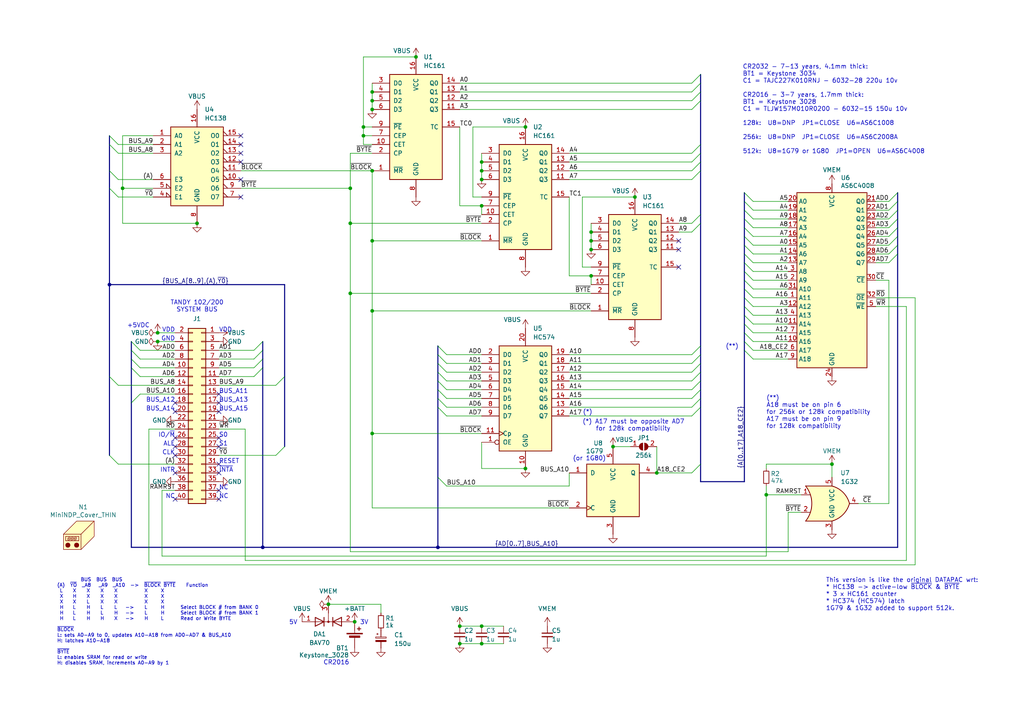
<source format=kicad_sch>
(kicad_sch (version 20231120) (generator "eeschema") (generator_version "8.0")
  (paper "A4")
  (title_block (title "MiniNDP") (date "2024-11-28") (rev "E07") (company "Brian K. White - b.kenyon.w@gmail.com") (comment 1 "github.com/bkw777/NODE_DATAPAC") (comment 2 "Use with RAM100.CO or RAM200.CO") (comment 3 "Work-alike of NODE Systems DATAPAC / RAMPAC"))
  (junction (at 139.7 49.53))
  (junction (at 171.45 67.31))
  (junction (at 171.45 69.85))
  (junction (at 45.72 96.52))
  (junction (at 120.65 16.51))
  (junction (at 101.6 54.61))
  (junction (at 105.41 36.83))
  (junction (at 133.35 186.69))
  (junction (at 107.95 90.17))
  (junction (at 45.72 99.06))
  (junction (at 101.6 64.77))
  (junction (at 139.7 59.69))
  (junction (at 171.45 80.01))
  (junction (at 171.45 72.39))
  (junction (at 139.7 52.07))
  (junction (at 190.5 137.16))
  (junction (at 95.25 175.26))
  (junction (at 152.4 135.89))
  (junction (at 76.2 158.75))
  (junction (at 101.6 85.09))
  (junction (at 152.4 36.83))
  (junction (at 107.95 26.67))
  (junction (at 133.35 181.61))
  (junction (at 139.7 186.69))
  (junction (at 57.15 64.77))
  (junction (at 139.7 181.61))
  (junction (at 107.95 69.85))
  (junction (at 102.87 180.34))
  (junction (at 177.8 129.54))
  (junction (at 31.75 82.55))
  (junction (at 241.3 134.62))
  (junction (at 107.95 29.21))
  (junction (at 222.25 143.51))
  (junction (at 105.41 39.37))
  (junction (at 107.95 125.73))
  (junction (at 107.95 49.53))
  (junction (at 107.95 31.75))
  (junction (at 127 158.75))
  (junction (at 139.7 46.99))
  (junction (at 184.15 57.15))
  (junction (at 35.56 54.61))
  (no_connect (at 69.85 44.45))
  (no_connect (at 63.5 134.62))
  (no_connect (at 69.85 52.07))
  (no_connect (at 196.85 69.85))
  (no_connect (at 63.5 119.38))
  (no_connect (at 69.85 46.99))
  (no_connect (at 50.8 144.78))
  (no_connect (at 63.5 127))
  (no_connect (at 69.85 57.15))
  (no_connect (at 63.5 144.78))
  (no_connect (at 50.8 127))
  (no_connect (at 196.85 77.47))
  (no_connect (at 50.8 116.84))
  (no_connect (at 69.85 41.91))
  (no_connect (at 50.8 119.38))
  (no_connect (at 50.8 137.16))
  (no_connect (at 63.5 114.3))
  (no_connect (at 196.85 72.39))
  (no_connect (at 50.8 129.54))
  (no_connect (at 50.8 132.08))
  (no_connect (at 63.5 142.24))
  (no_connect (at 63.5 116.84))
  (no_connect (at 63.5 129.54))
  (no_connect (at 63.5 137.16))
  (no_connect (at 69.85 39.37))
  (bus_entry (at 200.66 67.31) (size 2.54 -2.54))
  (bus_entry (at 257.81 60.96) (size 2.54 -2.54))
  (bus_entry (at 200.66 24.13) (size 2.54 -2.54))
  (bus_entry (at 40.64 106.68) (size -2.54 -2.54))
  (bus_entry (at 200.66 31.75) (size 2.54 -2.54))
  (bus_entry (at 218.44 68.58) (size -2.54 -2.54))
  (bus_entry (at 38.1 116.84) (size 2.54 -2.54))
  (bus_entry (at 200.66 113.03) (size 2.54 -2.54))
  (bus_entry (at 218.44 71.12) (size -2.54 -2.54))
  (bus_entry (at 218.44 81.28) (size -2.54 -2.54))
  (bus_entry (at 200.66 115.57) (size 2.54 -2.54))
  (bus_entry (at 127 115.57) (size 2.54 2.54))
  (bus_entry (at 31.75 49.53) (size 2.54 2.54))
  (bus_entry (at 40.64 109.22) (size -2.54 -2.54))
  (bus_entry (at 218.44 93.98) (size -2.54 -2.54))
  (bus_entry (at 40.64 101.6) (size -2.54 -2.54))
  (bus_entry (at 31.75 39.37) (size 2.54 2.54))
  (bus_entry (at 218.44 76.2) (size -2.54 -2.54))
  (bus_entry (at 218.44 73.66) (size -2.54 -2.54))
  (bus_entry (at 218.44 66.04) (size -2.54 -2.54))
  (bus_entry (at 200.66 49.53) (size 2.54 -2.54))
  (bus_entry (at 218.44 78.74) (size -2.54 -2.54))
  (bus_entry (at 218.44 86.36) (size -2.54 -2.54))
  (bus_entry (at 73.66 101.6) (size 2.54 -2.54))
  (bus_entry (at 82.55 129.54) (size -2.54 2.54))
  (bus_entry (at 200.66 107.95) (size 2.54 -2.54))
  (bus_entry (at 218.44 101.6) (size -2.54 -2.54))
  (bus_entry (at 257.81 68.58) (size 2.54 -2.54))
  (bus_entry (at 200.66 118.11) (size 2.54 -2.54))
  (bus_entry (at 218.44 60.96) (size -2.54 -2.54))
  (bus_entry (at 82.55 109.22) (size -2.54 2.54))
  (bus_entry (at 257.81 71.12) (size 2.54 -2.54))
  (bus_entry (at 127 118.11) (size 2.54 2.54))
  (bus_entry (at 218.44 99.06) (size -2.54 -2.54))
  (bus_entry (at 31.75 41.91) (size 2.54 2.54))
  (bus_entry (at 200.66 46.99) (size 2.54 -2.54))
  (bus_entry (at 31.75 54.61) (size 2.54 2.54))
  (bus_entry (at 218.44 83.82) (size -2.54 -2.54))
  (bus_entry (at 257.81 76.2) (size 2.54 -2.54))
  (bus_entry (at 257.81 73.66) (size 2.54 -2.54))
  (bus_entry (at 40.64 104.14) (size -2.54 -2.54))
  (bus_entry (at 200.66 137.16) (size 2.54 -2.54))
  (bus_entry (at 73.66 109.22) (size 2.54 -2.54))
  (bus_entry (at 200.66 64.77) (size 2.54 -2.54))
  (bus_entry (at 127 102.87) (size 2.54 2.54))
  (bus_entry (at 200.66 105.41) (size 2.54 -2.54))
  (bus_entry (at 218.44 88.9) (size -2.54 -2.54))
  (bus_entry (at 257.81 63.5) (size 2.54 -2.54))
  (bus_entry (at 127 138.43) (size 2.54 2.54))
  (bus_entry (at 127 113.03) (size 2.54 2.54))
  (bus_entry (at 257.81 58.42) (size 2.54 -2.54))
  (bus_entry (at 218.44 96.52) (size -2.54 -2.54))
  (bus_entry (at 200.66 102.87) (size 2.54 -2.54))
  (bus_entry (at 218.44 91.44) (size -2.54 -2.54))
  (bus_entry (at 200.66 44.45) (size 2.54 -2.54))
  (bus_entry (at 257.81 66.04) (size 2.54 -2.54))
  (bus_entry (at 31.75 109.22) (size 2.54 2.54))
  (bus_entry (at 127 110.49) (size 2.54 2.54))
  (bus_entry (at 218.44 104.14) (size -2.54 -2.54))
  (bus_entry (at 200.66 29.21) (size 2.54 -2.54))
  (bus_entry (at 127 100.33) (size 2.54 2.54))
  (bus_entry (at 200.66 110.49) (size 2.54 -2.54))
  (bus_entry (at 218.44 58.42) (size -2.54 -2.54))
  (bus_entry (at 73.66 104.14) (size 2.54 -2.54))
  (bus_entry (at 127 105.41) (size 2.54 2.54))
  (bus_entry (at 127 107.95) (size 2.54 2.54))
  (bus_entry (at 218.44 63.5) (size -2.54 -2.54))
  (bus_entry (at 200.66 120.65) (size 2.54 -2.54))
  (bus_entry (at 34.29 134.62) (size -2.54 -2.54))
  (bus_entry (at 200.66 52.07) (size 2.54 -2.54))
  (bus_entry (at 73.66 106.68) (size 2.54 -2.54))
  (bus_entry (at 200.66 26.67) (size 2.54 -2.54))
  (bus (pts (xy 127 115.57) (xy 127 118.11)))
  (wire (pts (xy 129.54 102.87) (xy 139.7 102.87)))
  (bus (pts (xy 203.2 139.7) (xy 215.9 139.7)))
  (wire (pts (xy 133.35 186.69) (xy 139.7 186.69)))
  (bus (pts (xy 215.9 91.44) (xy 215.9 93.98)))
  (wire (pts (xy 110.49 175.26) (xy 95.25 175.26)))
  (wire (pts (xy 105.41 16.51) (xy 105.41 36.83)))
  (wire (pts (xy 190.5 137.16) (xy 200.66 137.16)))
  (wire (pts (xy 101.6 160.02) (xy 228.6 160.02)))
  (wire (pts (xy 105.41 39.37) (xy 107.95 39.37)))
  (wire (pts (xy 35.56 54.61) (xy 44.45 54.61)))
  (wire (pts (xy 105.41 39.37) (xy 105.41 41.91)))
  (wire (pts (xy 46.99 142.24) (xy 46.99 161.29)))
  (wire (pts (xy 218.44 78.74) (xy 228.6 78.74)))
  (wire (pts (xy 105.41 36.83) (xy 107.95 36.83)))
  (wire (pts (xy 171.45 69.85) (xy 171.45 67.31)))
  (wire (pts (xy 196.85 64.77) (xy 200.66 64.77)))
  (bus (pts (xy 215.9 101.6) (xy 215.9 99.06)))
  (wire (pts (xy 107.95 26.67) (xy 107.95 29.21)))
  (wire (pts (xy 107.95 147.32) (xy 165.1 147.32)))
  (wire (pts (xy 105.41 41.91) (xy 107.95 41.91)))
  (wire (pts (xy 254 76.2) (xy 257.81 76.2)))
  (wire (pts (xy 129.54 118.11) (xy 139.7 118.11)))
  (wire (pts (xy 218.44 63.5) (xy 228.6 63.5)))
  (wire (pts (xy 139.7 186.69) (xy 146.05 186.69)))
  (wire (pts (xy 165.1 110.49) (xy 200.66 110.49)))
  (bus (pts (xy 215.9 76.2) (xy 215.9 78.74)))
  (bus (pts (xy 215.9 139.7) (xy 215.9 101.6)))
  (wire (pts (xy 222.25 134.62) (xy 222.25 135.89)))
  (bus (pts (xy 31.75 49.53) (xy 31.75 54.61)))
  (wire (pts (xy 133.35 24.13) (xy 200.66 24.13)))
  (wire (pts (xy 34.29 52.07) (xy 44.45 52.07)))
  (wire (pts (xy 228.6 148.59) (xy 228.6 160.02)))
  (wire (pts (xy 40.64 109.22) (xy 50.8 109.22)))
  (wire (pts (xy 101.6 85.09) (xy 171.45 85.09)))
  (wire (pts (xy 165.1 140.97) (xy 165.1 137.16)))
  (bus (pts (xy 82.55 82.55) (xy 82.55 109.22)))
  (wire (pts (xy 222.25 161.29) (xy 46.99 161.29)))
  (wire (pts (xy 34.29 111.76) (xy 50.8 111.76)))
  (bus (pts (xy 215.9 58.42) (xy 215.9 60.96)))
  (bus (pts (xy 127 118.11) (xy 127 138.43)))
  (bus (pts (xy 203.2 134.62) (xy 203.2 139.7)))
  (wire (pts (xy 107.95 125.73) (xy 139.7 125.73)))
  (bus (pts (xy 38.1 101.6) (xy 38.1 104.14)))
  (wire (pts (xy 171.45 80.01) (xy 165.1 80.01)))
  (bus (pts (xy 203.2 26.67) (xy 203.2 29.21)))
  (bus (pts (xy 203.2 29.21) (xy 203.2 41.91)))
  (wire (pts (xy 218.44 83.82) (xy 228.6 83.82)))
  (wire (pts (xy 40.64 101.6) (xy 50.8 101.6)))
  (wire (pts (xy 63.5 111.76) (xy 80.01 111.76)))
  (wire (pts (xy 168.91 57.15) (xy 168.91 77.47)))
  (wire (pts (xy 40.64 114.3) (xy 50.8 114.3)))
  (bus (pts (xy 203.2 46.99) (xy 203.2 49.53)))
  (bus (pts (xy 38.1 106.68) (xy 38.1 116.84)))
  (wire (pts (xy 137.16 36.83) (xy 137.16 57.15)))
  (bus (pts (xy 260.35 66.04) (xy 260.35 68.58)))
  (wire (pts (xy 254 71.12) (xy 257.81 71.12)))
  (bus (pts (xy 203.2 110.49) (xy 203.2 113.03)))
  (wire (pts (xy 218.44 73.66) (xy 228.6 73.66)))
  (wire (pts (xy 139.7 44.45) (xy 139.7 46.99)))
  (bus (pts (xy 215.9 55.88) (xy 215.9 58.42)))
  (wire (pts (xy 165.1 102.87) (xy 200.66 102.87)))
  (wire (pts (xy 232.41 148.59) (xy 228.6 148.59)))
  (wire (pts (xy 101.6 54.61) (xy 101.6 64.77)))
  (wire (pts (xy 218.44 60.96) (xy 228.6 60.96)))
  (wire (pts (xy 133.35 181.61) (xy 139.7 181.61)))
  (wire (pts (xy 165.1 120.65) (xy 200.66 120.65)))
  (bus (pts (xy 215.9 73.66) (xy 215.9 76.2)))
  (wire (pts (xy 69.85 54.61) (xy 101.6 54.61)))
  (wire (pts (xy 165.1 113.03) (xy 200.66 113.03)))
  (bus (pts (xy 203.2 118.11) (xy 203.2 134.62)))
  (wire (pts (xy 218.44 86.36) (xy 228.6 86.36)))
  (bus (pts (xy 215.9 71.12) (xy 215.9 73.66)))
  (wire (pts (xy 218.44 96.52) (xy 228.6 96.52)))
  (wire (pts (xy 45.72 96.52) (xy 50.8 96.52)))
  (wire (pts (xy 101.6 64.77) (xy 139.7 64.77)))
  (wire (pts (xy 262.89 88.9) (xy 262.89 162.56)))
  (wire (pts (xy 71.12 124.46) (xy 71.12 162.56)))
  (wire (pts (xy 110.49 177.8) (xy 110.49 175.26)))
  (wire (pts (xy 171.45 80.01) (xy 171.45 82.55)))
  (wire (pts (xy 218.44 66.04) (xy 228.6 66.04)))
  (wire (pts (xy 35.56 39.37) (xy 35.56 54.61)))
  (bus (pts (xy 215.9 66.04) (xy 215.9 68.58)))
  (wire (pts (xy 129.54 115.57) (xy 139.7 115.57)))
  (bus (pts (xy 260.35 68.58) (xy 260.35 71.12)))
  (bus (pts (xy 215.9 78.74) (xy 215.9 81.28)))
  (wire (pts (xy 63.5 101.6) (xy 73.66 101.6)))
  (wire (pts (xy 196.85 67.31) (xy 200.66 67.31)))
  (wire (pts (xy 248.92 146.05) (xy 257.81 146.05)))
  (wire (pts (xy 40.64 106.68) (xy 50.8 106.68)))
  (bus (pts (xy 31.75 109.22) (xy 31.75 132.08)))
  (bus (pts (xy 31.75 54.61) (xy 31.75 82.55)))
  (wire (pts (xy 171.45 67.31) (xy 171.45 64.77)))
  (wire (pts (xy 168.91 77.47) (xy 171.45 77.47)))
  (bus (pts (xy 203.2 107.95) (xy 203.2 110.49)))
  (bus (pts (xy 260.35 60.96) (xy 260.35 63.5)))
  (wire (pts (xy 105.41 36.83) (xy 105.41 39.37)))
  (bus (pts (xy 203.2 102.87) (xy 203.2 105.41)))
  (bus (pts (xy 203.2 113.03) (xy 203.2 115.57)))
  (wire (pts (xy 165.1 115.57) (xy 200.66 115.57)))
  (bus (pts (xy 203.2 21.59) (xy 203.2 24.13)))
  (wire (pts (xy 218.44 93.98) (xy 228.6 93.98)))
  (bus (pts (xy 127 113.03) (xy 127 115.57)))
  (wire (pts (xy 107.95 69.85) (xy 139.7 69.85)))
  (wire (pts (xy 139.7 181.61) (xy 146.05 181.61)))
  (wire (pts (xy 101.6 64.77) (xy 101.6 85.09)))
  (wire (pts (xy 133.35 36.83) (xy 133.35 59.69)))
  (wire (pts (xy 133.35 31.75) (xy 200.66 31.75)))
  (bus (pts (xy 203.2 105.41) (xy 203.2 107.95)))
  (bus (pts (xy 82.55 109.22) (xy 82.55 129.54)))
  (wire (pts (xy 254 88.9) (xy 262.89 88.9)))
  (wire (pts (xy 254 66.04) (xy 257.81 66.04)))
  (wire (pts (xy 222.25 140.97) (xy 222.25 143.51)))
  (wire (pts (xy 129.54 105.41) (xy 139.7 105.41)))
  (bus (pts (xy 76.2 158.75) (xy 127 158.75)))
  (wire (pts (xy 63.5 124.46) (xy 71.12 124.46)))
  (wire (pts (xy 218.44 58.42) (xy 228.6 58.42)))
  (wire (pts (xy 165.1 105.41) (xy 200.66 105.41)))
  (wire (pts (xy 139.7 46.99) (xy 139.7 49.53)))
  (wire (pts (xy 45.72 99.06) (xy 50.8 99.06)))
  (bus (pts (xy 203.2 49.53) (xy 203.2 62.23)))
  (wire (pts (xy 222.25 143.51) (xy 222.25 161.29)))
  (wire (pts (xy 107.95 24.13) (xy 107.95 26.67)))
  (bus (pts (xy 127 100.33) (xy 127 102.87)))
  (bus (pts (xy 203.2 62.23) (xy 203.2 64.77)))
  (bus (pts (xy 260.35 58.42) (xy 260.35 60.96)))
  (wire (pts (xy 133.35 59.69) (xy 139.7 59.69)))
  (wire (pts (xy 35.56 54.61) (xy 35.56 64.77)))
  (bus (pts (xy 260.35 71.12) (xy 260.35 73.66)))
  (bus (pts (xy 215.9 68.58) (xy 215.9 71.12)))
  (bus (pts (xy 76.2 101.6) (xy 76.2 104.14)))
  (bus (pts (xy 215.9 60.96) (xy 215.9 63.5)))
  (wire (pts (xy 105.41 16.51) (xy 120.65 16.51)))
  (bus (pts (xy 260.35 55.88) (xy 260.35 58.42)))
  (bus (pts (xy 215.9 81.28) (xy 215.9 83.82)))
  (bus (pts (xy 76.2 104.14) (xy 76.2 106.68)))
  (wire (pts (xy 254 68.58) (xy 257.81 68.58)))
  (wire (pts (xy 165.1 46.99) (xy 200.66 46.99)))
  (bus (pts (xy 215.9 93.98) (xy 215.9 96.52)))
  (bus (pts (xy 127 138.43) (xy 127 158.75)))
  (wire (pts (xy 129.54 110.49) (xy 139.7 110.49)))
  (wire (pts (xy 101.6 44.45) (xy 107.95 44.45)))
  (wire (pts (xy 218.44 81.28) (xy 228.6 81.28)))
  (bus (pts (xy 215.9 86.36) (xy 215.9 88.9)))
  (bus (pts (xy 127 107.95) (xy 127 110.49)))
  (wire (pts (xy 101.6 85.09) (xy 101.6 160.02)))
  (bus (pts (xy 38.1 104.14) (xy 38.1 106.68)))
  (wire (pts (xy 107.95 125.73) (xy 107.95 147.32)))
  (wire (pts (xy 171.45 72.39) (xy 171.45 69.85)))
  (wire (pts (xy 165.1 52.07) (xy 200.66 52.07)))
  (bus (pts (xy 260.35 73.66) (xy 260.35 158.75)))
  (wire (pts (xy 137.16 57.15) (xy 139.7 57.15)))
  (wire (pts (xy 35.56 64.77) (xy 57.15 64.77)))
  (wire (pts (xy 63.5 104.14) (xy 73.66 104.14)))
  (wire (pts (xy 165.1 80.01) (xy 165.1 57.15)))
  (wire (pts (xy 165.1 49.53) (xy 200.66 49.53)))
  (wire (pts (xy 165.1 118.11) (xy 200.66 118.11)))
  (wire (pts (xy 218.44 68.58) (xy 228.6 68.58)))
  (bus (pts (xy 31.75 82.55) (xy 82.55 82.55)))
  (wire (pts (xy 107.95 90.17) (xy 107.95 125.73)))
  (wire (pts (xy 218.44 76.2) (xy 228.6 76.2)))
  (bus (pts (xy 260.35 63.5) (xy 260.35 66.04)))
  (wire (pts (xy 222.25 143.51) (xy 232.41 143.51)))
  (bus (pts (xy 203.2 44.45) (xy 203.2 46.99)))
  (bus (pts (xy 76.2 99.06) (xy 76.2 101.6)))
  (wire (pts (xy 254 63.5) (xy 257.81 63.5)))
  (wire (pts (xy 129.54 113.03) (xy 139.7 113.03)))
  (bus (pts (xy 215.9 96.52) (xy 215.9 99.06)))
  (wire (pts (xy 218.44 104.14) (xy 228.6 104.14)))
  (wire (pts (xy 254 60.96) (xy 257.81 60.96)))
  (bus (pts (xy 31.75 82.55) (xy 31.75 109.22)))
  (wire (pts (xy 254 58.42) (xy 257.81 58.42)))
  (bus (pts (xy 127 105.41) (xy 127 107.95)))
  (wire (pts (xy 218.44 99.06) (xy 228.6 99.06)))
  (bus (pts (xy 203.2 24.13) (xy 203.2 26.67)))
  (wire (pts (xy 254 73.66) (xy 257.81 73.66)))
  (wire (pts (xy 43.18 124.46) (xy 43.18 163.83)))
  (wire (pts (xy 40.64 104.14) (xy 50.8 104.14)))
  (bus (pts (xy 31.75 41.91) (xy 31.75 39.37)))
  (bus (pts (xy 203.2 100.33) (xy 203.2 102.87)))
  (wire (pts (xy 63.5 109.22) (xy 73.66 109.22)))
  (bus (pts (xy 203.2 41.91) (xy 203.2 44.45)))
  (wire (pts (xy 50.8 124.46) (xy 43.18 124.46)))
  (wire (pts (xy 262.89 162.56) (xy 71.12 162.56)))
  (wire (pts (xy 63.5 106.68) (xy 73.66 106.68)))
  (wire (pts (xy 34.29 44.45) (xy 44.45 44.45)))
  (wire (pts (xy 139.7 49.53) (xy 139.7 52.07)))
  (wire (pts (xy 257.81 81.28) (xy 257.81 146.05)))
  (wire (pts (xy 222.25 134.62) (xy 241.3 134.62)))
  (wire (pts (xy 35.56 39.37) (xy 44.45 39.37)))
  (bus (pts (xy 215.9 88.9) (xy 215.9 91.44)))
  (wire (pts (xy 133.35 26.67) (xy 200.66 26.67)))
  (wire (pts (xy 63.5 132.08) (xy 80.01 132.08)))
  (wire (pts (xy 107.95 90.17) (xy 171.45 90.17)))
  (bus (pts (xy 31.75 49.53) (xy 31.75 41.91)))
  (wire (pts (xy 129.54 107.95) (xy 139.7 107.95)))
  (wire (pts (xy 168.91 57.15) (xy 184.15 57.15)))
  (wire (pts (xy 139.7 128.27) (xy 139.7 135.89)))
  (wire (pts (xy 107.95 29.21) (xy 107.95 31.75)))
  (wire (pts (xy 101.6 44.45) (xy 101.6 54.61)))
  (bus (pts (xy 127 158.75) (xy 260.35 158.75)))
  (wire (pts (xy 137.16 36.83) (xy 152.4 36.83)))
  (wire (pts (xy 218.44 101.6) (xy 228.6 101.6)))
  (wire (pts (xy 46.99 142.24) (xy 50.8 142.24)))
  (wire (pts (xy 133.35 29.21) (xy 200.66 29.21)))
  (wire (pts (xy 107.95 69.85) (xy 107.95 90.17)))
  (bus (pts (xy 203.2 64.77) (xy 203.2 100.33)))
  (wire (pts (xy 139.7 135.89) (xy 152.4 135.89)))
  (bus (pts (xy 38.1 116.84) (xy 38.1 158.75)))
  (bus (pts (xy 127 110.49) (xy 127 113.03)))
  (wire (pts (xy 129.54 140.97) (xy 165.1 140.97)))
  (wire (pts (xy 241.3 134.62) (xy 241.3 138.43)))
  (wire (pts (xy 218.44 71.12) (xy 228.6 71.12)))
  (wire (pts (xy 257.81 81.28) (xy 254 81.28)))
  (wire (pts (xy 165.1 44.45) (xy 200.66 44.45)))
  (wire (pts (xy 107.95 49.53) (xy 107.95 69.85)))
  (bus (pts (xy 215.9 83.82) (xy 215.9 86.36)))
  (wire (pts (xy 254 86.36) (xy 265.43 86.36)))
  (wire (pts (xy 139.7 59.69) (xy 139.7 62.23)))
  (bus (pts (xy 215.9 63.5) (xy 215.9 66.04)))
  (wire (pts (xy 34.29 57.15) (xy 44.45 57.15)))
  (wire (pts (xy 190.5 129.54) (xy 190.5 137.16)))
  (wire (pts (xy 129.54 120.65) (xy 139.7 120.65)))
  (wire (pts (xy 69.85 49.53) (xy 107.95 49.53)))
  (wire (pts (xy 265.43 163.83) (xy 265.43 86.36)))
  (wire (pts (xy 34.29 134.62) (xy 50.8 134.62)))
  (bus (pts (xy 38.1 99.06) (xy 38.1 101.6)))
  (wire (pts (xy 218.44 88.9) (xy 228.6 88.9)))
  (wire (pts (xy 34.29 41.91) (xy 44.45 41.91)))
  (wire (pts (xy 177.8 129.54) (xy 182.88 129.54)))
  (bus (pts (xy 76.2 106.68) (xy 76.2 158.75)))
  (wire (pts (xy 165.1 107.95) (xy 200.66 107.95)))
  (wire (pts (xy 218.44 91.44) (xy 228.6 91.44)))
  (bus (pts (xy 127 102.87) (xy 127 105.41)))
  (bus (pts (xy 38.1 158.75) (xy 76.2 158.75)))
  (bus (pts (xy 203.2 115.57) (xy 203.2 118.11)))
  (wire (pts (xy 43.18 163.83) (xy 265.43 163.83)))
  (text "TANDY 102/200\nSYSTEM BUS" (at 57.15 88.9 0) (effects (font (size 1.27 1.27))))
  (text "+5VDC" (at 36.83 95.25 0) (effects (font (size 1.27 1.27)) (justify left bottom)))
  (text "BUS_A15" (at 63.5 119.38 0) (effects (font (size 1.27 1.27)) (justify left bottom)))
  (text "INTR" (at 50.8 137.16 0) (effects (font (size 1.27 1.27)) (justify right bottom)))
  (text "BUS_A14" (at 50.8 119.38 0) (effects (font (size 1.27 1.27)) (justify right bottom)))
  (text "ALE" (at 50.8 129.54 0) (effects (font (size 1.27 1.27)) (justify right bottom)))
  (text "S1" (at 63.5 129.54 0) (effects (font (size 1.27 1.27)) (justify left bottom)))
  (text "NC" (at 63.5 144.78 0) (effects (font (size 1.27 1.27)) (justify left bottom)))
  (text "NC" (at 63.5 142.24 0) (effects (font (size 1.27 1.27)) (justify left bottom)))
  (text "~{INTA}" (at 63.5 137.16 0) (effects (font (size 1.27 1.27)) (justify left bottom)))
  (text "CLK" (at 50.8 132.08 0) (effects (font (size 1.27 1.27)) (justify right bottom)))
  (text "(**)\nA18 must be on pin 6\nfor 256k or 128k compatibility\nA17 must be on pin 9\nfor 128k compatibility" (at 222.25 114.808 0) (effects (font (size 1.27 1.27)) (justify left top)))
  (text "CR2032 - 7-13 years, 4.1mm thick:\nBT1 = Keystone 3034\nC1 = TAJC227K010RNJ - 6032-28 220u 10v\n\nCR2016 - 3-7 years, 1.7mm thick:\nBT1 = Keystone 3028\nC1 = TLJW157M010R0200 - 6032-15 150u 10v\n\n128k:  U8=DNP  JP1=CLOSE  U6=AS6C1008\n\n256k:  U8=DNP  JP1=CLOSE  U6=AS6C2008A\n\n512k:  U8=1G79 or 1G80  JP1=OPEN  U6=AS6C4008\n" (at 215.392 31.75 0) (effects (font (size 1.27 1.27)) (justify left)))
  (text "GND" (at 50.8 99.06 0) (effects (font (size 1.27 1.27)) (justify right bottom)))
  (text "IO/~{M}" (at 50.8 127 0) (effects (font (size 1.27 1.27)) (justify right bottom)))
  (text "CR2016" (at 101.346 192.278 0) (effects (font (size 1.27 1.27)) (justify right)))
  (text "(or 1G80)" (at 170.942 133.096 0) (effects (font (size 1.27 1.27))))
  (text "VDD" (at 50.8 96.52 0) (effects (font (size 1.27 1.27)) (justify right bottom)))
  (text "	    BUS  BUS  BUS\n(A)	~{YO}  _A8   _A9  _A10  ->  ~{BLOCK} ~{BYTE}    Function\n L	 X	 X	 X	 X		  X	   X\n X	 H	 X	 X	 X		  X	   X\n X	 X	 L	 X	 X		  X	   X\n H	 L	 H	 L	 L	->    L	   H	Select BLOCK # from BANK 0\n H	 L	 H	 L	 H	->    L	   H	Select BLOCK # from BANK 1\n H	 L	 H	 H	 X	->    H	   L	Read or Write BYTE\n\n~{BLOCK}\nL: sets A0-A9 to 0, updates A10-A18 from AD0-AD7 & BUS_A10\nH: latches A10-A18\n\n~{BYTE}\nL: enables SRAM for read or write\nH: disables SRAM, increments A0-A9 by 1\n" (at 16.51 193.04 0) (effects (font (size 1 1)) (justify left bottom)))
  (text "3V" (at 104.394 181.356 0) (effects (font (size 1.27 1.27)) (justify left bottom)))
  (text "S0" (at 63.5 127 0) (effects (font (size 1.27 1.27)) (justify left bottom)))
  (text "RESET" (at 63.5 134.62 0) (effects (font (size 1.27 1.27)) (justify left bottom)))
  (text "(*) A17 must be opposite AD7\n    for 128k compatibility" (at 168.91 123.444 0) (effects (font (size 1.27 1.27)) (justify left)))
  (text "This version is like the original DATAPAC wrt:\n* HC138 -> active-low ~{BLOCK} & ~{BYTE}\n* 3 x HC161 counter\n* HC374 (HC574) latch\n1G79 & 1G32 added to support 512k." (at 239.522 167.64 0) (effects (font (size 1.27 1.27)) (justify left top)))
  (text "(**)" (at 212.344 100.584 0) (effects (font (size 1.27 1.27))))
  (text "NC" (at 50.8 144.78 0) (effects (font (size 1.27 1.27)) (justify right bottom)))
  (text "BUS_A11" (at 63.5 114.3 0) (effects (font (size 1.27 1.27)) (justify left bottom)))
  (text "VDD" (at 63.5 96.52 0) (effects (font (size 1.27 1.27)) (justify left bottom)))
  (text "5V" (at 83.82 181.356 0) (effects (font (size 1.27 1.27)) (justify left bottom)))
  (text "BUS_A13" (at 63.5 116.84 0) (effects (font (size 1.27 1.27)) (justify left bottom)))
  (text "(*)" (at 170.434 119.634 0) (effects (font (size 1.27 1.27))))
  (text "BUS_A12" (at 50.8 116.84 0) (effects (font (size 1.27 1.27)) (justify right bottom)))
  (label "BUS_A8" (at 50.8 111.76 180))
  (label "~{RD}" (at 254 86.36 0))
  (label "A17" (at 165.1 120.65 0))
  (label "AD3" (at 63.5 104.14 0))
  (label "A5" (at 165.1 46.99 0))
  (label "A1" (at 228.6 73.66 180))
  (label "~{CE}" (at 254 81.28 0))
  (label "A7" (at 228.6 68.58 180))
  (label "A2" (at 133.35 29.21 0))
  (label "AD5" (at 139.7 115.57 180))
  (label "A13" (at 228.6 91.44 180))
  (label "AD0" (at 254 58.42 0))
  (label "A1" (at 133.35 26.67 0))
  (label "~{CE}" (at 250.19 146.05 0))
  (label "A18_CE2" (at 190.5 137.16 0))
  (label "~{BLOCK}" (at 139.7 69.85 180))
  (label "A16" (at 228.6 86.36 180))
  (label "A11" (at 165.1 105.41 0))
  (label "AD6" (at 139.7 118.11 180))
  (label "~{Y0}" (at 44.45 57.15 180))
  (label "AD1" (at 63.5 101.6 0))
  (label "A6" (at 165.1 49.53 0))
  (label "A7" (at 165.1 52.07 0))
  (label "{AD[0..7],BUS_A10}" (at 143.51 158.75 0))
  (label "BUS_A10" (at 129.54 140.97 0))
  (label "A9" (at 196.85 67.31 0))
  (label "AD5" (at 254 71.12 0))
  (label "A10" (at 165.1 102.87 0))
  (label "RAMRST" (at 50.8 142.24 180))
  (label "AD7" (at 63.5 109.22 0))
  (label "A0" (at 133.35 24.13 0))
  (label "AD2" (at 50.8 104.14 180))
  (label "~{Y0}" (at 63.5 132.08 0))
  (label "AD1" (at 254 60.96 0))
  (label "A12" (at 165.1 107.95 0))
  (label "A17" (at 228.6 104.14 180))
  (label "AD0" (at 139.7 102.87 180))
  (label "A3" (at 228.6 88.9 180))
  (label "{A[0..17],A18_CE2}" (at 215.9 135.89 90))
  (label "A8" (at 228.6 66.04 180))
  (label "(A)" (at 44.45 52.07 180))
  (label "A18_CE2" (at 228.6 101.6 180))
  (label "RAMRST" (at 232.41 143.51 180))
  (label "AD6" (at 50.8 109.22 180))
  (label "A2" (at 228.6 76.2 180))
  (label "A15" (at 228.6 81.28 180))
  (label "~{BLOCK}" (at 69.85 49.53 0))
  (label "A6" (at 228.6 83.82 180))
  (label "A9" (at 228.6 63.5 180))
  (label "~{BLOCK}" (at 171.45 90.17 180))
  (label "AD4" (at 139.7 113.03 180))
  (label "~{BYTE}" (at 107.95 44.45 180))
  (label "AD7" (at 254 76.2 0))
  (label "AD4" (at 254 68.58 0))
  (label "AD2" (at 139.7 107.95 180))
  (label "A15" (at 165.1 115.57 0))
  (label "A13" (at 165.1 110.49 0))
  (label "A8" (at 196.85 64.77 0))
  (label "~{BYTE}" (at 171.45 85.09 180))
  (label "~{BYTE}" (at 139.7 64.77 180))
  (label "BUS_A10" (at 50.8 114.3 180))
  (label "AD0" (at 50.8 101.6 180))
  (label "~{WR}" (at 254 88.9 0))
  (label "A16" (at 165.1 118.11 0))
  (label "A4" (at 165.1 44.45 0))
  (label "~{BLOCK}" (at 165.1 147.32 180))
  (label "AD3" (at 254 66.04 0))
  (label "{BUS_A[8..9],(A),~{Y0}}" (at 46.99 82.55 0))
  (label "A3" (at 133.35 31.75 0))
  (label "BUS_A9" (at 44.45 41.91 180))
  (label "AD4" (at 50.8 106.68 180))
  (label "A11" (at 228.6 99.06 180))
  (label "A12" (at 228.6 96.52 180))
  (label "A0" (at 228.6 71.12 180))
  (label "~{BLOCK}" (at 139.7 125.73 180))
  (label "A14" (at 165.1 113.03 0))
  (label "A5" (at 228.6 58.42 180))
  (label "BUS_A8" (at 44.45 44.45 180))
  (label "AD2" (at 254 63.5 0))
  (label "AD7" (at 139.7 120.65 180))
  (label "BUS_A10" (at 165.1 137.16 180))
  (label "A14" (at 228.6 78.74 180))
  (label "AD1" (at 139.7 105.41 180))
  (label "~{WR}" (at 63.5 124.46 0))
  (label "~{BYTE}" (at 232.41 148.59 180))
  (label "(A)" (at 50.8 134.62 180))
  (label "A10" (at 228.6 93.98 180))
  (label "BUS_A9" (at 63.5 111.76 0))
  (label "AD6" (at 254 73.66 0))
  (label "TC0" (at 133.35 36.83 0))
  (label "TC1" (at 165.1 57.15 0))
  (label "~{RD}" (at 50.8 124.46 180))
  (label "AD5" (at 63.5 106.68 0))
  (label "~{BLOCK}" (at 107.95 49.53 180))
  (label "~{BYTE}" (at 69.85 54.61 0))
  (label "A4" (at 228.6 60.96 180))
  (label "AD3" (at 139.7 110.49 180))
  (symbol (lib_id "000_LOCAL:C_Polarized") (at 110.49 185.42 0) (unit 1)
    (property "Reference" "C1" (at 114.3 184.15 0) (effects (justify left)))
    (property "Value" "150u" (at 114.3 186.69 0) (effects (justify left)))
    (property "Footprint" "000_LOCAL:CP_6032" (effects (hide yes)))
    (property "Datasheet" "datasheets/TAJ.pdf" (effects (hide yes)))
    (property "Description" "CAP TANT 150UF 10% 10V 6032-15" (effects (hide yes)))
    (property "MPN" "TLJW157M010R0200" (effects (hide yes)))
  )
  (symbol (lib_id "power:GND") (at 171.45 72.39 0) (unit 1)
    (property "Reference" "#PWR034" (effects (hide yes)))
    (property "Value" "GND" (effects (hide yes)))
  )
  (symbol (lib_id "000_LOCAL:Housing") (at 24.13 154.94 0) (unit 1) (exclude_from_sim yes) (in_bom no)
    (property "Reference" "N1" (at 24.13 147.066 0))
    (property "Value" "MiniNDP_Cover_THIN" (at 24.13 149.352 0))
    (property "Footprint" "000_LOCAL:MiniNDP_Cover_THIN" (effects (hide yes)))
    (property "Datasheet" "../COVER/MiniNDP_Cover.scad" (effects (hide yes)))
    (property "Description" "Snap cover for MiniNDP, thin version for CR2016" (effects (hide yes)))
    (property "MPN" "MiniNDP_Cover_THIN.stl" (effects (hide yes)))
  )
  (symbol (lib_id "000_LOCAL:AS6C4008_TSOP") (at 241.3 78.74 0) (unit 1)
    (property "Reference" "U6" (at 243.84 51.562 0) (effects (justify left)))
    (property "Value" "AS6C4008" (at 243.84 53.848 0) (effects (justify left)))
    (property "Footprint" "000_LOCAL:TSOP32-dual" (effects (hide yes)))
    (property "Datasheet" "datasheets/AS6C4008.pdf" (effects (hide yes)))
    (property "Description" "IC SRAM 512Kx8 PARALLEL STSOP-32" (effects (hide yes)))
    (property "MPN" "AS6C4008-55STIN" (effects (hide yes)))
  )
  (symbol (lib_id "000_LOCAL:C") (at 158.75 184.15 0) (unit 1)
    (property "Reference" "C5" (at 160.02 182.88 0) (effects (justify left)))
    (property "Value" "1u" (at 160.02 185.42 0) (effects (justify left)))
    (property "Footprint" "000_LOCAL:C_0805" (effects (hide yes)))
    (property "Datasheet" "datasheets/CL21B105KAFNNNE.pdf" (effects (hide yes)))
    (property "Description" "CAP CER 1UF 25V X7R 0805" (effects (hide yes)))
    (property "MPN" "CL21B105KAFNNNE" (effects (hide yes)))
  )
  (symbol (lib_id "power:GND") (at 63.5 139.7 90) (unit 1)
    (property "Reference" "#PWR08" (effects (hide yes)))
    (property "Value" "GND" (at 66.04 139.7 90) (effects (justify right)))
  )
  (symbol (lib_id "power:VMEM") (at 95.25 175.26 0) (unit 1)
    (property "Reference" "#PWR010" (effects (hide yes)))
    (property "Value" "VMEM" (at 95.25 171.45 0))
  )
  (symbol (lib_id "power:VBUS") (at 45.72 96.52 0) (unit 1)
    (property "Reference" "#PWR01" (effects (hide yes)))
    (property "Value" "VBUS" (at 43.18 96.52 0) (effects (justify right)))
  )
  (symbol (lib_id "000_LOCAL:SolderJumper_2_Open") (at 186.69 129.54 0) (unit 1) (in_bom no)
    (property "Reference" "JP1" (at 186.69 127 0))
    (property "Value" "256k" (at 186.69 132.08 0))
    (property "Footprint" "000_LOCAL:SolderJumper-2_Open 0.65mm" (effects (hide yes)))
  )
  (symbol (lib_id "000_LOCAL:Battery_Cell") (at 102.87 185.42 0) (unit 1)
    (property "Reference" "BT1" (at 99.314 187.96 0))
    (property "Value" "Keystone_3028" (at 93.98 189.992 0))
    (property "Footprint" "000_LOCAL:Keystone_3028_3034" (effects (hide yes)))
    (property "Datasheet" "datasheets/Keystone_3034.pdf" (effects (hide yes)))
    (property "Description" "BATTERY RETAINER COIN 20MM x 1.6MM SMT" (effects (hide yes)))
    (property "MPN" "Keystone_3028" (effects (hide yes)))
  )
  (symbol (lib_id "power:GND") (at 177.8 154.94 0) (unit 1)
    (property "Reference" "#PWR014" (effects (hide yes)))
    (property "Value" "GND" (effects (hide yes)))
  )
  (symbol (lib_id "power:GND") (at 57.15 64.77 0) (unit 1)
    (property "Reference" "#PWR022" (effects (hide yes)))
    (property "Value" "GND" (effects (hide yes)))
  )
  (symbol (lib_id "power:GND") (at 50.8 121.92 270) (unit 1)
    (property "Reference" "#PWR05" (effects (hide yes)))
    (property "Value" "GND" (at 48.26 121.92 90) (effects (justify right)))
  )
  (symbol (lib_id "power:VMEM") (at 241.3 53.34 0) (unit 1)
    (property "Reference" "#PWR012" (effects (hide yes)))
    (property "Value" "VMEM" (at 241.3 49.276 0))
  )
  (symbol (lib_id "power:PWR_FLAG") (at 45.72 96.52 90) (unit 1)
    (property "Reference" "#FLG01" (effects (hide yes)))
    (property "Value" "PWR_FLAG" (effects (hide yes)))
  )
  (symbol (lib_id "000_LOCAL:BAV70") (at 95.25 180.34 0) (mirror x) (unit 1)
    (property "Reference" "DA1" (at 92.71 183.896 0))
    (property "Value" "BAV70" (at 92.71 186.436 0))
    (property "Footprint" "000_LOCAL:SOT-23" (effects (hide yes)))
    (property "Datasheet" "datasheets/BAV70.pdf" (effects (hide yes)))
    (property "Description" "DIODE ARRAY GP 75V 150MA SOT23-3" (effects (hide yes)))
    (property "MPN" "BAV70-7-F" (effects (hide yes)))
  )
  (symbol (lib_id "power:GND") (at 102.87 187.96 0) (unit 1)
    (property "Reference" "#PWR058" (effects (hide yes)))
    (property "Value" "GND" (effects (hide yes)))
  )
  (symbol (lib_id "power:GND") (at 152.4 77.47 0) (unit 1)
    (property "Reference" "#PWR019" (effects (hide yes)))
    (property "Value" "GND" (effects (hide yes)))
  )
  (symbol (lib_id "000_LOCAL:74xx161") (at 184.15 77.47 0) (unit 1)
    (property "Reference" "U3" (at 186.3441 57.15 0) (effects (justify left)))
    (property "Value" "HC161" (at 186.3441 59.69 0) (effects (justify left)))
    (property "Footprint" "000_LOCAL:TSSOP-16" (effects (hide yes)))
    (property "Datasheet" "datasheets/HC161.pdf" (effects (hide yes)))
    (property "Description" "IC BINARY COUNTER 4-BIT 16TSSOP" (effects (hide yes)))
    (property "MPN" "74HC161PW,118" (effects (hide yes)))
  )
  (symbol (lib_id "power:GND") (at 50.8 139.7 270) (unit 1)
    (property "Reference" "#PWR07" (effects (hide yes)))
    (property "Value" "GND" (at 48.26 139.7 90) (effects (justify right)))
  )
  (symbol (lib_id "power:VBUS") (at 63.5 96.52 270) (unit 1)
    (property "Reference" "#PWR042" (effects (hide yes)))
    (property "Value" "VBUS" (at 68.58 96.52 90))
  )
  (symbol (lib_id "power:GND") (at 241.3 109.22 0) (unit 1)
    (property "Reference" "#PWR057" (effects (hide yes)))
    (property "Value" "GND" (effects (hide yes)))
  )
  (symbol (lib_id "000_LOCAL:74xx574") (at 152.4 115.57 0) (unit 1)
    (property "Reference" "U5" (at 154.5941 95.25 0) (effects (justify left)))
    (property "Value" "HC574" (at 154.5941 97.79 0) (effects (justify left)))
    (property "Footprint" "000_LOCAL:TSSOP-20" (effects (hide yes)))
    (property "Datasheet" "datasheets/HC574.pdf" (effects (hide yes)))
    (property "Description" "IC FF D-TYPE SNGL 8BIT 20TSSOP" (effects (hide yes)))
    (property "MPN" "74HC574PW,118" (effects (hide yes)))
  )
  (symbol (lib_id "power:GND") (at 45.72 99.06 0) (unit 1)
    (property "Reference" "#PWR03" (effects (hide yes)))
    (property "Value" "GND" (at 43.18 99.06 0) (effects (justify right)))
  )
  (symbol (lib_name "74xx161_1") (lib_id "000_LOCAL:74xx161") (at 120.65 36.83 0) (unit 1)
    (property "Reference" "U1" (at 122.8441 16.51 0) (effects (justify left)))
    (property "Value" "HC161" (at 122.8441 19.05 0) (effects (justify left)))
    (property "Footprint" "000_LOCAL:TSSOP-16" (effects (hide yes)))
    (property "Datasheet" "datasheets/HC161.pdf" (effects (hide yes)))
    (property "Description" "IC BINARY COUNTER 4-BIT 16TSSOP" (effects (hide yes)))
    (property "MPN" "74HC161PW,118" (effects (hide yes)))
  )
  (symbol (lib_id "power:VMEM") (at 158.75 181.61 0) (unit 1)
    (property "Reference" "#PWR055" (effects (hide yes)))
    (property "Value" "VMEM" (at 158.75 176.53 0))
  )
  (symbol (lib_id "000_LOCAL:74xx138") (at 57.15 46.99 0) (unit 1)
    (property "Reference" "U4" (at 59.3441 31.75 0) (effects (justify left)))
    (property "Value" "HC138" (at 59.3441 34.29 0) (effects (justify left)))
    (property "Footprint" "000_LOCAL:TSSOP-16" (effects (hide yes)))
    (property "Datasheet" "datasheets/HC138.pdf" (effects (hide yes)))
    (property "Description" "IC DECODER/DEMUX 1X3:8 16TSSOP" (effects (hide yes)))
    (property "MPN" "74HC138PW,118" (effects (hide yes)))
  )
  (symbol (lib_id "power:GND") (at 139.7 52.07 0) (unit 1)
    (property "Reference" "#PWR039" (effects (hide yes)))
    (property "Value" "GND" (effects (hide yes)))
  )
  (symbol (lib_id "000_LOCAL:74xx1G32") (at 241.3 146.05 0) (unit 1)
    (property "Reference" "U7" (at 245.11 137.16 0))
    (property "Value" "1G32" (at 246.38 139.7 0))
    (property "Footprint" "000_LOCAL:SOT-353_SC-70-5" (effects (hide yes)))
    (property "Datasheet" "datasheets/LVC1G32.pdf" (effects (hide yes)))
    (property "Description" "IC GATE OR 1CH 2-INP 5TSSOP" (effects (hide yes)))
    (property "MPN" "74LVC1G32GW,125" (effects (hide yes)))
  )
  (symbol (lib_id "power:PWR_FLAG") (at 45.72 99.06 90) (unit 1)
    (property "Reference" "#FLG03" (effects (hide yes)))
    (property "Value" "PWR_FLAG" (effects (hide yes)))
  )
  (symbol (lib_id "power:GND") (at 133.35 186.69 0) (unit 1)
    (property "Reference" "#PWR023" (effects (hide yes)))
    (property "Value" "GND" (effects (hide yes)))
  )
  (symbol (lib_name "74xx161_2") (lib_id "000_LOCAL:74xx161") (at 152.4 57.15 0) (unit 1)
    (property "Reference" "U2" (at 154.5941 36.83 0) (effects (justify left)))
    (property "Value" "HC161" (at 154.5941 39.37 0) (effects (justify left)))
    (property "Footprint" "000_LOCAL:TSSOP-16" (effects (hide yes)))
    (property "Datasheet" "datasheets/HC161.pdf" (effects (hide yes)))
    (property "Description" "IC BINARY COUNTER 4-BIT 16TSSOP" (effects (hide yes)))
    (property "MPN" "74HC161PW,118" (effects (hide yes)))
  )
  (symbol (lib_id "000_LOCAL:74xx1G79") (at 177.8 142.24 0) (unit 1)
    (property "Reference" "U8" (at 173.482 128.524 0))
    (property "Value" "1G79" (at 172.466 130.81 0))
    (property "Footprint" "000_LOCAL:SOT-353_SC-70-5" (effects (hide yes)))
    (property "Datasheet" "datasheets/LVC1G79.pdf" (effects (hide yes)))
    (property "Description" "IC FF D-TYPE SNGL 1BIT 5TSSOP" (effects (hide yes)))
    (property "MPN" "74LVC1G79GW,125" (effects (hide yes)))
  )
  (symbol (lib_id "power:GND") (at 63.5 121.92 90) (unit 1)
    (property "Reference" "#PWR06" (effects (hide yes)))
    (property "Value" "GND" (at 66.04 121.92 90) (effects (justify right)))
  )
  (symbol (lib_id "power:GND") (at 107.95 31.75 0) (unit 1)
    (property "Reference" "#PWR038" (effects (hide yes)))
    (property "Value" "GND" (effects (hide yes)))
  )
  (symbol (lib_id "000_LOCAL:C") (at 133.35 184.15 0) (unit 1)
    (property "Reference" "C2" (at 134.62 182.88 0) (effects (justify left)))
    (property "Value" "1u" (at 134.62 185.42 0) (effects (justify left)))
    (property "Footprint" "000_LOCAL:C_0805" (effects (hide yes)))
    (property "Datasheet" "datasheets/CL21B105KAFNNNE.pdf" (effects (hide yes)))
    (property "Description" "CAP CER 1UF 25V X7R 0805" (effects (hide yes)))
    (property "MPN" "CL21B105KAFNNNE" (effects (hide yes)))
  )
  (symbol (lib_id "power:VBUS") (at 177.8 129.54 0) (unit 1)
    (property "Reference" "#PWR026" (effects (hide yes)))
    (property "Value" "VBUS" (at 181.102 127.508 0))
  )
  (symbol (lib_id "power:GND") (at 120.65 57.15 0) (unit 1)
    (property "Reference" "#PWR020" (effects (hide yes)))
    (property "Value" "GND" (effects (hide yes)))
  )
  (symbol (lib_id "000_LOCAL:R") (at 222.25 138.43 0) (unit 1)
    (property "Reference" "R2" (at 223.52 137.414 0) (effects (justify left)))
    (property "Value" "47k" (at 223.52 139.446 0) (effects (justify left)))
    (property "Footprint" "000_LOCAL:R_0805" (effects (hide yes)))
    (property "Datasheet" "datasheets/sei-rmcf_rmcp.pdf" (effects (hide yes)))
    (property "Description" "RES 47K OHM 1% 1/8W 0805" (effects (hide yes)))
    (property "MPN" "RMCF0805FT47K0" (effects (hide yes)))
  )
  (symbol (lib_id "power:GND") (at 63.5 99.06 90) (unit 1)
    (property "Reference" "#PWR04" (effects (hide yes)))
    (property "Value" "GND" (at 66.04 99.06 90) (effects (justify right)))
  )
  (symbol (lib_id "power:PWR_FLAG") (at 95.25 175.26 90) (unit 1)
    (property "Reference" "#FLG02" (effects (hide yes)))
    (property "Value" "PWR_FLAG" (effects (hide yes)))
  )
  (symbol (lib_id "power:VBUS") (at 87.63 180.34 0) (unit 1)
    (property "Reference" "#PWR09" (effects (hide yes)))
    (property "Value" "VBUS" (at 87.63 176.53 0))
  )
  (symbol (lib_id "power:GND") (at 241.3 153.67 0) (unit 1)
    (property "Reference" "#PWR015" (effects (hide yes)))
    (property "Value" "GND" (effects (hide yes)))
  )
  (symbol (lib_id "power:VMEM") (at 241.3 134.62 0) (unit 1)
    (property "Reference" "#PWR021" (effects (hide yes)))
    (property "Value" "VMEM" (at 241.3 130.81 0))
  )
  (symbol (lib_id "power:VBUS") (at 184.15 57.15 0) (unit 1)
    (property "Reference" "#PWR02" (effects (hide yes)))
    (property "Value" "VBUS" (at 180.086 55.372 0))
  )
  (symbol (lib_id "power:VBUS") (at 133.35 181.61 0) (unit 1)
    (property "Reference" "#PWR025" (effects (hide yes)))
    (property "Value" "VBUS" (at 133.35 176.53 0))
  )
  (symbol (lib_id "power:GND") (at 184.15 97.79 0) (unit 1)
    (property "Reference" "#PWR018" (effects (hide yes)))
    (property "Value" "GND" (effects (hide yes)))
  )
  (symbol (lib_id "000_LOCAL:R") (at 110.49 180.34 0) (unit 1)
    (property "Reference" "R1" (at 111.76 179.324 0) (effects (justify left)))
    (property "Value" "1k" (at 111.76 181.356 0) (effects (justify left)))
    (property "Footprint" "000_LOCAL:R_0805" (effects (hide yes)))
    (property "Datasheet" "datasheets/RK73.pdf" (effects (hide yes)))
    (property "Description" "RES 1K OHM 5% 1/4W 0805" (effects (hide yes)))
    (property "MPN" "RK73B2ATTD102J" (effects (hide yes)))
  )
  (symbol (lib_id "000_LOCAL:Conn_02x20_Odd_Even") (at 58.42 119.38 0) (mirror y) (unit 1)
    (property "Reference" "J1" (at 57.15 92.456 0))
    (property "Value" "Conn_02x20_Odd_Even" (effects (hide yes)))
    (property "Footprint" "000_LOCAL:IDC-Header_2x20_P2.54mm_Vertical" (effects (hide yes)))
    (property "Datasheet" "datasheets/2x20_male_boxed.pdf" (effects (hide yes)))
    (property "Description" "CONN HEADER VERT 40POS 2.54MM" (effects (hide yes)))
    (property "MPN" "302-S401" (effects (hide yes)))
  )
  (symbol (lib_id "power:GND") (at 158.75 186.69 0) (unit 1)
    (property "Reference" "#PWR041" (effects (hide yes)))
    (property "Value" "GND" (effects (hide yes)))
  )
  (symbol (lib_id "power:VBUS") (at 152.4 95.25 0) (unit 1)
    (property "Reference" "#PWR032" (effects (hide yes)))
    (property "Value" "VBUS" (at 148.59 92.71 0))
  )
  (symbol (lib_id "000_LOCAL:C") (at 146.05 184.15 0) (unit 1)
    (property "Reference" "C4" (at 147.32 182.88 0) (effects (justify left)))
    (property "Value" "1u" (at 147.32 185.42 0) (effects (justify left)))
    (property "Footprint" "000_LOCAL:C_0805" (effects (hide yes)))
    (property "Datasheet" "datasheets/CL21B105KAFNNNE.pdf" (effects (hide yes)))
    (property "Description" "CAP CER 1UF 25V X7R 0805" (effects (hide yes)))
    (property "MPN" "CL21B105KAFNNNE" (effects (hide yes)))
  )
  (symbol (lib_id "power:GND") (at 110.49 187.96 0) (unit 1)
    (property "Reference" "#PWR028" (effects (hide yes)))
    (property "Value" "GND" (effects (hide yes)))
  )
  (symbol (lib_id "power:+BATT") (at 102.87 180.34 0) (unit 1)
    (property "Reference" "#PWR027" (effects (hide yes)))
    (property "Value" "+BATT" (at 102.87 176.53 0))
    (property "Description" "Power symbol creates a global label with name \"+BATT\"" (effects (hide yes)))
  )
  (symbol (lib_id "power:VBUS") (at 57.15 31.75 0) (unit 1)
    (property "Reference" "#PWR033" (effects (hide yes)))
    (property "Value" "VBUS" (at 57.15 27.94 0))
  )
  (symbol (lib_id "000_LOCAL:C") (at 139.7 184.15 0) (unit 1)
    (property "Reference" "C3" (at 140.97 182.88 0) (effects (justify left)))
    (property "Value" "1u" (at 140.97 185.42 0) (effects (justify left)))
    (property "Footprint" "000_LOCAL:C_0805" (effects (hide yes)))
    (property "Datasheet" "datasheets/CL21B105KAFNNNE.pdf" (effects (hide yes)))
    (property "Description" "CAP CER 1UF 25V X7R 0805" (effects (hide yes)))
    (property "MPN" "CL21B105KAFNNNE" (effects (hide yes)))
  )
  (symbol (lib_id "power:VBUS") (at 120.65 16.51 0) (unit 1)
    (property "Reference" "#PWR017" (effects (hide yes)))
    (property "Value" "VBUS" (at 116.586 14.732 0))
  )
  (symbol (lib_id "power:GND") (at 152.4 135.89 0) (unit 1)
    (property "Reference" "#PWR011" (effects (hide yes)))
    (property "Value" "GND" (effects (hide yes)))
  )
  (symbol (lib_id "power:VBUS") (at 152.4 36.83 0) (unit 1)
    (property "Reference" "#PWR016" (effects (hide yes)))
    (property "Value" "VBUS" (at 148.336 35.052 0))
  )
)
</source>
